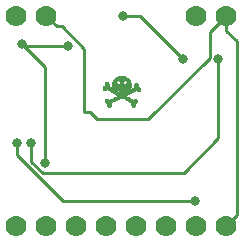
<source format=gbr>
G04 #@! TF.GenerationSoftware,KiCad,Pcbnew,(5.1.2-1)-1*
G04 #@! TF.CreationDate,2019-09-06T23:38:15-06:00*
G04 #@! TF.ProjectId,DC435,44433433-352e-46b6-9963-61645f706362,rev?*
G04 #@! TF.SameCoordinates,Original*
G04 #@! TF.FileFunction,Copper,L1,Top*
G04 #@! TF.FilePolarity,Positive*
%FSLAX46Y46*%
G04 Gerber Fmt 4.6, Leading zero omitted, Abs format (unit mm)*
G04 Created by KiCad (PCBNEW (5.1.2-1)-1) date 2019-09-06 23:38:15*
%MOMM*%
%LPD*%
G04 APERTURE LIST*
%ADD10C,0.010000*%
%ADD11C,1.778000*%
%ADD12C,0.800000*%
%ADD13C,0.250000*%
G04 APERTURE END LIST*
D10*
G36*
X150043831Y-83990266D02*
G01*
X150148898Y-84012952D01*
X150153778Y-84014350D01*
X150252956Y-84050448D01*
X150346204Y-84099017D01*
X150432344Y-84158932D01*
X150510198Y-84229065D01*
X150578588Y-84308290D01*
X150636334Y-84395479D01*
X150682259Y-84489506D01*
X150699616Y-84536312D01*
X150727895Y-84643121D01*
X150741928Y-84751036D01*
X150741711Y-84859086D01*
X150727237Y-84966298D01*
X150702828Y-85058794D01*
X150692690Y-85088553D01*
X150682830Y-85115301D01*
X150675057Y-85134178D01*
X150673747Y-85136912D01*
X150671986Y-85141951D01*
X150673744Y-85144392D01*
X150680237Y-85143721D01*
X150692679Y-85139424D01*
X150712285Y-85130985D01*
X150740269Y-85117891D01*
X150777848Y-85099627D01*
X150826235Y-85075680D01*
X150870361Y-85053673D01*
X150927936Y-85024816D01*
X150973689Y-85001614D01*
X151008841Y-84983357D01*
X151034615Y-84969333D01*
X151052231Y-84958831D01*
X151062910Y-84951138D01*
X151067875Y-84945543D01*
X151068346Y-84941335D01*
X151066943Y-84939140D01*
X151046129Y-84906539D01*
X151032710Y-84865356D01*
X151027126Y-84819746D01*
X151029818Y-84773865D01*
X151041224Y-84731869D01*
X151044274Y-84724966D01*
X151071227Y-84681614D01*
X151104077Y-84650079D01*
X151141023Y-84629870D01*
X151180264Y-84620499D01*
X151220000Y-84621476D01*
X151258428Y-84632314D01*
X151293749Y-84652522D01*
X151324160Y-84681612D01*
X151347862Y-84719096D01*
X151363053Y-84764483D01*
X151367963Y-84812843D01*
X151366706Y-84845581D01*
X151361750Y-84871222D01*
X151351480Y-84897033D01*
X151347385Y-84905372D01*
X151326736Y-84946309D01*
X151358504Y-84946309D01*
X151404547Y-84952991D01*
X151445524Y-84971755D01*
X151480176Y-85000676D01*
X151507242Y-85037830D01*
X151525463Y-85081293D01*
X151533579Y-85129138D01*
X151530331Y-85179443D01*
X151525222Y-85201025D01*
X151505416Y-85247222D01*
X151477145Y-85283379D01*
X151442495Y-85309372D01*
X151403552Y-85325081D01*
X151362403Y-85330383D01*
X151321132Y-85325156D01*
X151281828Y-85309277D01*
X151246575Y-85282626D01*
X151217460Y-85245079D01*
X151204833Y-85219773D01*
X151193582Y-85192846D01*
X150299384Y-85640988D01*
X150245700Y-85610390D01*
X150218950Y-85595535D01*
X150200688Y-85587071D01*
X150186969Y-85583901D01*
X150173843Y-85584932D01*
X150163168Y-85587493D01*
X150145289Y-85593132D01*
X150135266Y-85597978D01*
X150134473Y-85599136D01*
X150140627Y-85603347D01*
X150158163Y-85613897D01*
X150185786Y-85630056D01*
X150222204Y-85651095D01*
X150266120Y-85676283D01*
X150316242Y-85704890D01*
X150371275Y-85736187D01*
X150429925Y-85769443D01*
X150490897Y-85803929D01*
X150552897Y-85838915D01*
X150614631Y-85873670D01*
X150674805Y-85907466D01*
X150732124Y-85939571D01*
X150785294Y-85969256D01*
X150833021Y-85995792D01*
X150874010Y-86018448D01*
X150906968Y-86036493D01*
X150930600Y-86049200D01*
X150943612Y-86055836D01*
X150945708Y-86056652D01*
X150953017Y-86050661D01*
X150961085Y-86036201D01*
X150961281Y-86035733D01*
X150981733Y-86004548D01*
X151014921Y-85977449D01*
X151044474Y-85961829D01*
X151086769Y-85950112D01*
X151127985Y-85951301D01*
X151166499Y-85963795D01*
X151200687Y-85985995D01*
X151228925Y-86016303D01*
X151249591Y-86053119D01*
X151261060Y-86094844D01*
X151261710Y-86139878D01*
X151255653Y-86169852D01*
X151237242Y-86210488D01*
X151209111Y-86244240D01*
X151173892Y-86269662D01*
X151134216Y-86285310D01*
X151092716Y-86289737D01*
X151052197Y-86281565D01*
X151039451Y-86278018D01*
X151035732Y-86279727D01*
X151035744Y-86279751D01*
X151053980Y-86316156D01*
X151066570Y-86343204D01*
X151074557Y-86364423D01*
X151078981Y-86383338D01*
X151080884Y-86403476D01*
X151081307Y-86428363D01*
X151081306Y-86434023D01*
X151080234Y-86470309D01*
X151076500Y-86497599D01*
X151069181Y-86521308D01*
X151064589Y-86531994D01*
X151039837Y-86574172D01*
X151009649Y-86606164D01*
X150989209Y-86619728D01*
X150961717Y-86627996D01*
X150928695Y-86629467D01*
X150896936Y-86624345D01*
X150878177Y-86616390D01*
X150846775Y-86591623D01*
X150822124Y-86559194D01*
X150808034Y-86531904D01*
X150797556Y-86497957D01*
X150791966Y-86456507D01*
X150791371Y-86412957D01*
X150795880Y-86372705D01*
X150804281Y-86344009D01*
X150811468Y-86326306D01*
X150814840Y-86315367D01*
X150814772Y-86313930D01*
X150808062Y-86309966D01*
X150789526Y-86299347D01*
X150759962Y-86282522D01*
X150720170Y-86259943D01*
X150670950Y-86232061D01*
X150613101Y-86199325D01*
X150547421Y-86162188D01*
X150474711Y-86121098D01*
X150395770Y-86076507D01*
X150311396Y-86028866D01*
X150222390Y-85978624D01*
X150129551Y-85926234D01*
X150033677Y-85872145D01*
X149935569Y-85816807D01*
X149836025Y-85760673D01*
X149735845Y-85704191D01*
X149635828Y-85647814D01*
X149536774Y-85591991D01*
X149439482Y-85537173D01*
X149344751Y-85483810D01*
X149253380Y-85432354D01*
X149166169Y-85383255D01*
X149083917Y-85336964D01*
X149007423Y-85293930D01*
X148937487Y-85254606D01*
X148874909Y-85219441D01*
X148820486Y-85188886D01*
X148775019Y-85163392D01*
X148739307Y-85143409D01*
X148714149Y-85129388D01*
X148700345Y-85121780D01*
X148697842Y-85120480D01*
X148692444Y-85126398D01*
X148684682Y-85140889D01*
X148683572Y-85143343D01*
X148660859Y-85178462D01*
X148627841Y-85208349D01*
X148588617Y-85229542D01*
X148576705Y-85233556D01*
X148528500Y-85240631D01*
X148482729Y-85233824D01*
X148440946Y-85213742D01*
X148404704Y-85180990D01*
X148389413Y-85160462D01*
X148367506Y-85115444D01*
X148357493Y-85067800D01*
X148358622Y-85019864D01*
X148370146Y-84973971D01*
X148391313Y-84932453D01*
X148421374Y-84897645D01*
X148459579Y-84871880D01*
X148485317Y-84861959D01*
X148511088Y-84855999D01*
X148534314Y-84853172D01*
X148544441Y-84853431D01*
X148564237Y-84856336D01*
X148541921Y-84813053D01*
X148529282Y-84786007D01*
X148522609Y-84762804D01*
X148520246Y-84736231D01*
X148520175Y-84718339D01*
X148526189Y-84665406D01*
X148543555Y-84620499D01*
X148573171Y-84581573D01*
X148585359Y-84570067D01*
X148627032Y-84541529D01*
X148670303Y-84527208D01*
X148714100Y-84527054D01*
X148757348Y-84541018D01*
X148798973Y-84569051D01*
X148811226Y-84580438D01*
X148844319Y-84622747D01*
X148864122Y-84669760D01*
X148870425Y-84719891D01*
X148863017Y-84771552D01*
X148843013Y-84820746D01*
X148831193Y-84845201D01*
X148827884Y-84859662D01*
X148830488Y-84864668D01*
X148840628Y-84870763D01*
X148860556Y-84882311D01*
X148888177Y-84898130D01*
X148921394Y-84917036D01*
X148958112Y-84937849D01*
X148996236Y-84959384D01*
X149033670Y-84980460D01*
X149068319Y-84999895D01*
X149098088Y-85016506D01*
X149120880Y-85029111D01*
X149134600Y-85036527D01*
X149137682Y-85038001D01*
X149136655Y-85031081D01*
X149132735Y-85014216D01*
X149128352Y-84997099D01*
X149115235Y-84931866D01*
X149107596Y-84859168D01*
X149107398Y-84850785D01*
X149315985Y-84850785D01*
X149318456Y-84869062D01*
X149333442Y-84887757D01*
X149335627Y-84889540D01*
X149348382Y-84902285D01*
X149357461Y-84919302D01*
X149364906Y-84944905D01*
X149367607Y-84957194D01*
X149392295Y-85041228D01*
X149429387Y-85118502D01*
X149478059Y-85188236D01*
X149537492Y-85249653D01*
X149606862Y-85301972D01*
X149685349Y-85344415D01*
X149772131Y-85376201D01*
X149822737Y-85388784D01*
X149842017Y-85391130D01*
X149871990Y-85392771D01*
X149908844Y-85393579D01*
X149948771Y-85393428D01*
X149956520Y-85393277D01*
X149999734Y-85392001D01*
X150032675Y-85389972D01*
X150059585Y-85386569D01*
X150084706Y-85381176D01*
X150112279Y-85373173D01*
X150127063Y-85368409D01*
X150212251Y-85333651D01*
X150289378Y-85288261D01*
X150357118Y-85233212D01*
X150414141Y-85169475D01*
X150430898Y-85145931D01*
X150463781Y-85090610D01*
X150487924Y-85034519D01*
X150505711Y-84971809D01*
X150509953Y-84951886D01*
X150517341Y-84920214D01*
X150524592Y-84901021D01*
X150532503Y-84892303D01*
X150533926Y-84891733D01*
X150553002Y-84879988D01*
X150560888Y-84862866D01*
X150557786Y-84843981D01*
X150543903Y-84826946D01*
X150529809Y-84818830D01*
X150498630Y-84810153D01*
X150467886Y-84808981D01*
X150440019Y-84814265D01*
X150417471Y-84824958D01*
X150402682Y-84840014D01*
X150398096Y-84858384D01*
X150402642Y-84873377D01*
X150415628Y-84886609D01*
X150428444Y-84892581D01*
X150439825Y-84898256D01*
X150445291Y-84909370D01*
X150444782Y-84927841D01*
X150438241Y-84955589D01*
X150425609Y-84994530D01*
X150425322Y-84995355D01*
X150391612Y-85071271D01*
X150347043Y-85138879D01*
X150293045Y-85197591D01*
X150231049Y-85246819D01*
X150162487Y-85285973D01*
X150088790Y-85314467D01*
X150011389Y-85331713D01*
X149931714Y-85337121D01*
X149851198Y-85330105D01*
X149771270Y-85310076D01*
X149714910Y-85287277D01*
X149638153Y-85243392D01*
X149571710Y-85189738D01*
X149516176Y-85127060D01*
X149472149Y-85056103D01*
X149440225Y-84977615D01*
X149427255Y-84927817D01*
X149425678Y-84912436D01*
X149431500Y-84902840D01*
X149447263Y-84893941D01*
X149468399Y-84878581D01*
X149476425Y-84860647D01*
X149471889Y-84842486D01*
X149455336Y-84826444D01*
X149428956Y-84815297D01*
X149395593Y-84810215D01*
X149365832Y-84812641D01*
X149341455Y-84821156D01*
X149324245Y-84834343D01*
X149315985Y-84850785D01*
X149107398Y-84850785D01*
X149105846Y-84785143D01*
X149109785Y-84721231D01*
X149128501Y-84614060D01*
X149152405Y-84536280D01*
X149500875Y-84536280D01*
X149507413Y-84580400D01*
X149525626Y-84618808D01*
X149553411Y-84650361D01*
X149588667Y-84673917D01*
X149629293Y-84688333D01*
X149673186Y-84692466D01*
X149718245Y-84685173D01*
X149750553Y-84672037D01*
X149785763Y-84648103D01*
X149811253Y-84620612D01*
X149822950Y-84602315D01*
X149829561Y-84585670D01*
X149832493Y-84565268D01*
X149832866Y-84548784D01*
X150070528Y-84548784D01*
X150080293Y-84591728D01*
X150101510Y-84628622D01*
X150131949Y-84658263D01*
X150169380Y-84679449D01*
X150211574Y-84690976D01*
X150256302Y-84691641D01*
X150301334Y-84680241D01*
X150308492Y-84677185D01*
X150346539Y-84655428D01*
X150373700Y-84628538D01*
X150387979Y-84605223D01*
X150403755Y-84559929D01*
X150405118Y-84515971D01*
X150392132Y-84473870D01*
X150368013Y-84437748D01*
X150334277Y-84406847D01*
X150295403Y-84388193D01*
X150248874Y-84380678D01*
X150237655Y-84380411D01*
X150187356Y-84386308D01*
X150144305Y-84403473D01*
X150109842Y-84430555D01*
X150085308Y-84466204D01*
X150072045Y-84509069D01*
X150070528Y-84548784D01*
X149832866Y-84548784D01*
X149833149Y-84536280D01*
X149832454Y-84506819D01*
X149829433Y-84486394D01*
X149822681Y-84469558D01*
X149811332Y-84451634D01*
X149780526Y-84419421D01*
X149750160Y-84400209D01*
X149704935Y-84384144D01*
X149659617Y-84380318D01*
X149616274Y-84387601D01*
X149576973Y-84404865D01*
X149543783Y-84430981D01*
X149518772Y-84464820D01*
X149504008Y-84505253D01*
X149500875Y-84536280D01*
X149152405Y-84536280D01*
X149159552Y-84513025D01*
X149201987Y-84418767D01*
X149254858Y-84331930D01*
X149317217Y-84253155D01*
X149388115Y-84183085D01*
X149466604Y-84122362D01*
X149551736Y-84071627D01*
X149642561Y-84031524D01*
X149738131Y-84002694D01*
X149837499Y-83985779D01*
X149939715Y-83981423D01*
X150043831Y-83990266D01*
X150043831Y-83990266D01*
G37*
X150043831Y-83990266D02*
X150148898Y-84012952D01*
X150153778Y-84014350D01*
X150252956Y-84050448D01*
X150346204Y-84099017D01*
X150432344Y-84158932D01*
X150510198Y-84229065D01*
X150578588Y-84308290D01*
X150636334Y-84395479D01*
X150682259Y-84489506D01*
X150699616Y-84536312D01*
X150727895Y-84643121D01*
X150741928Y-84751036D01*
X150741711Y-84859086D01*
X150727237Y-84966298D01*
X150702828Y-85058794D01*
X150692690Y-85088553D01*
X150682830Y-85115301D01*
X150675057Y-85134178D01*
X150673747Y-85136912D01*
X150671986Y-85141951D01*
X150673744Y-85144392D01*
X150680237Y-85143721D01*
X150692679Y-85139424D01*
X150712285Y-85130985D01*
X150740269Y-85117891D01*
X150777848Y-85099627D01*
X150826235Y-85075680D01*
X150870361Y-85053673D01*
X150927936Y-85024816D01*
X150973689Y-85001614D01*
X151008841Y-84983357D01*
X151034615Y-84969333D01*
X151052231Y-84958831D01*
X151062910Y-84951138D01*
X151067875Y-84945543D01*
X151068346Y-84941335D01*
X151066943Y-84939140D01*
X151046129Y-84906539D01*
X151032710Y-84865356D01*
X151027126Y-84819746D01*
X151029818Y-84773865D01*
X151041224Y-84731869D01*
X151044274Y-84724966D01*
X151071227Y-84681614D01*
X151104077Y-84650079D01*
X151141023Y-84629870D01*
X151180264Y-84620499D01*
X151220000Y-84621476D01*
X151258428Y-84632314D01*
X151293749Y-84652522D01*
X151324160Y-84681612D01*
X151347862Y-84719096D01*
X151363053Y-84764483D01*
X151367963Y-84812843D01*
X151366706Y-84845581D01*
X151361750Y-84871222D01*
X151351480Y-84897033D01*
X151347385Y-84905372D01*
X151326736Y-84946309D01*
X151358504Y-84946309D01*
X151404547Y-84952991D01*
X151445524Y-84971755D01*
X151480176Y-85000676D01*
X151507242Y-85037830D01*
X151525463Y-85081293D01*
X151533579Y-85129138D01*
X151530331Y-85179443D01*
X151525222Y-85201025D01*
X151505416Y-85247222D01*
X151477145Y-85283379D01*
X151442495Y-85309372D01*
X151403552Y-85325081D01*
X151362403Y-85330383D01*
X151321132Y-85325156D01*
X151281828Y-85309277D01*
X151246575Y-85282626D01*
X151217460Y-85245079D01*
X151204833Y-85219773D01*
X151193582Y-85192846D01*
X150299384Y-85640988D01*
X150245700Y-85610390D01*
X150218950Y-85595535D01*
X150200688Y-85587071D01*
X150186969Y-85583901D01*
X150173843Y-85584932D01*
X150163168Y-85587493D01*
X150145289Y-85593132D01*
X150135266Y-85597978D01*
X150134473Y-85599136D01*
X150140627Y-85603347D01*
X150158163Y-85613897D01*
X150185786Y-85630056D01*
X150222204Y-85651095D01*
X150266120Y-85676283D01*
X150316242Y-85704890D01*
X150371275Y-85736187D01*
X150429925Y-85769443D01*
X150490897Y-85803929D01*
X150552897Y-85838915D01*
X150614631Y-85873670D01*
X150674805Y-85907466D01*
X150732124Y-85939571D01*
X150785294Y-85969256D01*
X150833021Y-85995792D01*
X150874010Y-86018448D01*
X150906968Y-86036493D01*
X150930600Y-86049200D01*
X150943612Y-86055836D01*
X150945708Y-86056652D01*
X150953017Y-86050661D01*
X150961085Y-86036201D01*
X150961281Y-86035733D01*
X150981733Y-86004548D01*
X151014921Y-85977449D01*
X151044474Y-85961829D01*
X151086769Y-85950112D01*
X151127985Y-85951301D01*
X151166499Y-85963795D01*
X151200687Y-85985995D01*
X151228925Y-86016303D01*
X151249591Y-86053119D01*
X151261060Y-86094844D01*
X151261710Y-86139878D01*
X151255653Y-86169852D01*
X151237242Y-86210488D01*
X151209111Y-86244240D01*
X151173892Y-86269662D01*
X151134216Y-86285310D01*
X151092716Y-86289737D01*
X151052197Y-86281565D01*
X151039451Y-86278018D01*
X151035732Y-86279727D01*
X151035744Y-86279751D01*
X151053980Y-86316156D01*
X151066570Y-86343204D01*
X151074557Y-86364423D01*
X151078981Y-86383338D01*
X151080884Y-86403476D01*
X151081307Y-86428363D01*
X151081306Y-86434023D01*
X151080234Y-86470309D01*
X151076500Y-86497599D01*
X151069181Y-86521308D01*
X151064589Y-86531994D01*
X151039837Y-86574172D01*
X151009649Y-86606164D01*
X150989209Y-86619728D01*
X150961717Y-86627996D01*
X150928695Y-86629467D01*
X150896936Y-86624345D01*
X150878177Y-86616390D01*
X150846775Y-86591623D01*
X150822124Y-86559194D01*
X150808034Y-86531904D01*
X150797556Y-86497957D01*
X150791966Y-86456507D01*
X150791371Y-86412957D01*
X150795880Y-86372705D01*
X150804281Y-86344009D01*
X150811468Y-86326306D01*
X150814840Y-86315367D01*
X150814772Y-86313930D01*
X150808062Y-86309966D01*
X150789526Y-86299347D01*
X150759962Y-86282522D01*
X150720170Y-86259943D01*
X150670950Y-86232061D01*
X150613101Y-86199325D01*
X150547421Y-86162188D01*
X150474711Y-86121098D01*
X150395770Y-86076507D01*
X150311396Y-86028866D01*
X150222390Y-85978624D01*
X150129551Y-85926234D01*
X150033677Y-85872145D01*
X149935569Y-85816807D01*
X149836025Y-85760673D01*
X149735845Y-85704191D01*
X149635828Y-85647814D01*
X149536774Y-85591991D01*
X149439482Y-85537173D01*
X149344751Y-85483810D01*
X149253380Y-85432354D01*
X149166169Y-85383255D01*
X149083917Y-85336964D01*
X149007423Y-85293930D01*
X148937487Y-85254606D01*
X148874909Y-85219441D01*
X148820486Y-85188886D01*
X148775019Y-85163392D01*
X148739307Y-85143409D01*
X148714149Y-85129388D01*
X148700345Y-85121780D01*
X148697842Y-85120480D01*
X148692444Y-85126398D01*
X148684682Y-85140889D01*
X148683572Y-85143343D01*
X148660859Y-85178462D01*
X148627841Y-85208349D01*
X148588617Y-85229542D01*
X148576705Y-85233556D01*
X148528500Y-85240631D01*
X148482729Y-85233824D01*
X148440946Y-85213742D01*
X148404704Y-85180990D01*
X148389413Y-85160462D01*
X148367506Y-85115444D01*
X148357493Y-85067800D01*
X148358622Y-85019864D01*
X148370146Y-84973971D01*
X148391313Y-84932453D01*
X148421374Y-84897645D01*
X148459579Y-84871880D01*
X148485317Y-84861959D01*
X148511088Y-84855999D01*
X148534314Y-84853172D01*
X148544441Y-84853431D01*
X148564237Y-84856336D01*
X148541921Y-84813053D01*
X148529282Y-84786007D01*
X148522609Y-84762804D01*
X148520246Y-84736231D01*
X148520175Y-84718339D01*
X148526189Y-84665406D01*
X148543555Y-84620499D01*
X148573171Y-84581573D01*
X148585359Y-84570067D01*
X148627032Y-84541529D01*
X148670303Y-84527208D01*
X148714100Y-84527054D01*
X148757348Y-84541018D01*
X148798973Y-84569051D01*
X148811226Y-84580438D01*
X148844319Y-84622747D01*
X148864122Y-84669760D01*
X148870425Y-84719891D01*
X148863017Y-84771552D01*
X148843013Y-84820746D01*
X148831193Y-84845201D01*
X148827884Y-84859662D01*
X148830488Y-84864668D01*
X148840628Y-84870763D01*
X148860556Y-84882311D01*
X148888177Y-84898130D01*
X148921394Y-84917036D01*
X148958112Y-84937849D01*
X148996236Y-84959384D01*
X149033670Y-84980460D01*
X149068319Y-84999895D01*
X149098088Y-85016506D01*
X149120880Y-85029111D01*
X149134600Y-85036527D01*
X149137682Y-85038001D01*
X149136655Y-85031081D01*
X149132735Y-85014216D01*
X149128352Y-84997099D01*
X149115235Y-84931866D01*
X149107596Y-84859168D01*
X149107398Y-84850785D01*
X149315985Y-84850785D01*
X149318456Y-84869062D01*
X149333442Y-84887757D01*
X149335627Y-84889540D01*
X149348382Y-84902285D01*
X149357461Y-84919302D01*
X149364906Y-84944905D01*
X149367607Y-84957194D01*
X149392295Y-85041228D01*
X149429387Y-85118502D01*
X149478059Y-85188236D01*
X149537492Y-85249653D01*
X149606862Y-85301972D01*
X149685349Y-85344415D01*
X149772131Y-85376201D01*
X149822737Y-85388784D01*
X149842017Y-85391130D01*
X149871990Y-85392771D01*
X149908844Y-85393579D01*
X149948771Y-85393428D01*
X149956520Y-85393277D01*
X149999734Y-85392001D01*
X150032675Y-85389972D01*
X150059585Y-85386569D01*
X150084706Y-85381176D01*
X150112279Y-85373173D01*
X150127063Y-85368409D01*
X150212251Y-85333651D01*
X150289378Y-85288261D01*
X150357118Y-85233212D01*
X150414141Y-85169475D01*
X150430898Y-85145931D01*
X150463781Y-85090610D01*
X150487924Y-85034519D01*
X150505711Y-84971809D01*
X150509953Y-84951886D01*
X150517341Y-84920214D01*
X150524592Y-84901021D01*
X150532503Y-84892303D01*
X150533926Y-84891733D01*
X150553002Y-84879988D01*
X150560888Y-84862866D01*
X150557786Y-84843981D01*
X150543903Y-84826946D01*
X150529809Y-84818830D01*
X150498630Y-84810153D01*
X150467886Y-84808981D01*
X150440019Y-84814265D01*
X150417471Y-84824958D01*
X150402682Y-84840014D01*
X150398096Y-84858384D01*
X150402642Y-84873377D01*
X150415628Y-84886609D01*
X150428444Y-84892581D01*
X150439825Y-84898256D01*
X150445291Y-84909370D01*
X150444782Y-84927841D01*
X150438241Y-84955589D01*
X150425609Y-84994530D01*
X150425322Y-84995355D01*
X150391612Y-85071271D01*
X150347043Y-85138879D01*
X150293045Y-85197591D01*
X150231049Y-85246819D01*
X150162487Y-85285973D01*
X150088790Y-85314467D01*
X150011389Y-85331713D01*
X149931714Y-85337121D01*
X149851198Y-85330105D01*
X149771270Y-85310076D01*
X149714910Y-85287277D01*
X149638153Y-85243392D01*
X149571710Y-85189738D01*
X149516176Y-85127060D01*
X149472149Y-85056103D01*
X149440225Y-84977615D01*
X149427255Y-84927817D01*
X149425678Y-84912436D01*
X149431500Y-84902840D01*
X149447263Y-84893941D01*
X149468399Y-84878581D01*
X149476425Y-84860647D01*
X149471889Y-84842486D01*
X149455336Y-84826444D01*
X149428956Y-84815297D01*
X149395593Y-84810215D01*
X149365832Y-84812641D01*
X149341455Y-84821156D01*
X149324245Y-84834343D01*
X149315985Y-84850785D01*
X149107398Y-84850785D01*
X149105846Y-84785143D01*
X149109785Y-84721231D01*
X149128501Y-84614060D01*
X149152405Y-84536280D01*
X149500875Y-84536280D01*
X149507413Y-84580400D01*
X149525626Y-84618808D01*
X149553411Y-84650361D01*
X149588667Y-84673917D01*
X149629293Y-84688333D01*
X149673186Y-84692466D01*
X149718245Y-84685173D01*
X149750553Y-84672037D01*
X149785763Y-84648103D01*
X149811253Y-84620612D01*
X149822950Y-84602315D01*
X149829561Y-84585670D01*
X149832493Y-84565268D01*
X149832866Y-84548784D01*
X150070528Y-84548784D01*
X150080293Y-84591728D01*
X150101510Y-84628622D01*
X150131949Y-84658263D01*
X150169380Y-84679449D01*
X150211574Y-84690976D01*
X150256302Y-84691641D01*
X150301334Y-84680241D01*
X150308492Y-84677185D01*
X150346539Y-84655428D01*
X150373700Y-84628538D01*
X150387979Y-84605223D01*
X150403755Y-84559929D01*
X150405118Y-84515971D01*
X150392132Y-84473870D01*
X150368013Y-84437748D01*
X150334277Y-84406847D01*
X150295403Y-84388193D01*
X150248874Y-84380678D01*
X150237655Y-84380411D01*
X150187356Y-84386308D01*
X150144305Y-84403473D01*
X150109842Y-84430555D01*
X150085308Y-84466204D01*
X150072045Y-84509069D01*
X150070528Y-84548784D01*
X149832866Y-84548784D01*
X149833149Y-84536280D01*
X149832454Y-84506819D01*
X149829433Y-84486394D01*
X149822681Y-84469558D01*
X149811332Y-84451634D01*
X149780526Y-84419421D01*
X149750160Y-84400209D01*
X149704935Y-84384144D01*
X149659617Y-84380318D01*
X149616274Y-84387601D01*
X149576973Y-84404865D01*
X149543783Y-84430981D01*
X149518772Y-84464820D01*
X149504008Y-84505253D01*
X149500875Y-84536280D01*
X149152405Y-84536280D01*
X149159552Y-84513025D01*
X149201987Y-84418767D01*
X149254858Y-84331930D01*
X149317217Y-84253155D01*
X149388115Y-84183085D01*
X149466604Y-84122362D01*
X149551736Y-84071627D01*
X149642561Y-84031524D01*
X149738131Y-84002694D01*
X149837499Y-83985779D01*
X149939715Y-83981423D01*
X150043831Y-83990266D01*
G36*
X149758108Y-85765342D02*
G01*
X149798172Y-85788150D01*
X149833600Y-85808626D01*
X149862565Y-85825688D01*
X149883239Y-85838254D01*
X149893796Y-85845244D01*
X149894776Y-85846232D01*
X149888493Y-85850092D01*
X149870442Y-85859779D01*
X149841852Y-85874665D01*
X149803955Y-85894122D01*
X149757981Y-85917520D01*
X149705162Y-85944233D01*
X149646728Y-85973632D01*
X149583911Y-86005087D01*
X149570077Y-86011995D01*
X149500673Y-86046693D01*
X149430614Y-86081819D01*
X149361898Y-86116367D01*
X149296523Y-86149328D01*
X149236487Y-86179692D01*
X149183789Y-86206452D01*
X149140424Y-86228598D01*
X149112875Y-86242794D01*
X148980430Y-86311497D01*
X149001916Y-86338288D01*
X149029345Y-86383508D01*
X149043210Y-86433273D01*
X149043313Y-86486473D01*
X149035071Y-86525234D01*
X149015687Y-86568007D01*
X148986704Y-86603191D01*
X148950561Y-86629565D01*
X148909698Y-86645905D01*
X148866555Y-86650989D01*
X148823572Y-86643594D01*
X148809730Y-86638159D01*
X148768513Y-86611936D01*
X148736301Y-86576235D01*
X148713955Y-86533595D01*
X148702339Y-86486552D01*
X148702314Y-86437645D01*
X148714742Y-86389411D01*
X148720699Y-86376113D01*
X148732631Y-86348877D01*
X148735463Y-86331483D01*
X148728484Y-86321928D01*
X148710983Y-86318211D01*
X148700025Y-86317909D01*
X148654121Y-86311140D01*
X148613323Y-86291891D01*
X148579149Y-86261741D01*
X148553116Y-86222275D01*
X148536742Y-86175073D01*
X148532127Y-86142894D01*
X148534149Y-86091608D01*
X148546795Y-86045763D01*
X148568373Y-86006370D01*
X148597192Y-85974438D01*
X148631563Y-85950977D01*
X148669793Y-85936998D01*
X148710193Y-85933510D01*
X148751071Y-85941523D01*
X148790737Y-85962048D01*
X148809478Y-85977217D01*
X148829637Y-85998946D01*
X148846931Y-86022912D01*
X148853364Y-86034723D01*
X148862203Y-86052293D01*
X148869124Y-86062515D01*
X148870865Y-86063597D01*
X148877966Y-86060369D01*
X148896868Y-86051190D01*
X148926409Y-86036635D01*
X148965428Y-86017284D01*
X149012764Y-85993715D01*
X149067255Y-85966505D01*
X149127741Y-85936233D01*
X149193059Y-85903477D01*
X149248351Y-85875702D01*
X149621497Y-85688119D01*
X149758108Y-85765342D01*
X149758108Y-85765342D01*
G37*
X149758108Y-85765342D02*
X149798172Y-85788150D01*
X149833600Y-85808626D01*
X149862565Y-85825688D01*
X149883239Y-85838254D01*
X149893796Y-85845244D01*
X149894776Y-85846232D01*
X149888493Y-85850092D01*
X149870442Y-85859779D01*
X149841852Y-85874665D01*
X149803955Y-85894122D01*
X149757981Y-85917520D01*
X149705162Y-85944233D01*
X149646728Y-85973632D01*
X149583911Y-86005087D01*
X149570077Y-86011995D01*
X149500673Y-86046693D01*
X149430614Y-86081819D01*
X149361898Y-86116367D01*
X149296523Y-86149328D01*
X149236487Y-86179692D01*
X149183789Y-86206452D01*
X149140424Y-86228598D01*
X149112875Y-86242794D01*
X148980430Y-86311497D01*
X149001916Y-86338288D01*
X149029345Y-86383508D01*
X149043210Y-86433273D01*
X149043313Y-86486473D01*
X149035071Y-86525234D01*
X149015687Y-86568007D01*
X148986704Y-86603191D01*
X148950561Y-86629565D01*
X148909698Y-86645905D01*
X148866555Y-86650989D01*
X148823572Y-86643594D01*
X148809730Y-86638159D01*
X148768513Y-86611936D01*
X148736301Y-86576235D01*
X148713955Y-86533595D01*
X148702339Y-86486552D01*
X148702314Y-86437645D01*
X148714742Y-86389411D01*
X148720699Y-86376113D01*
X148732631Y-86348877D01*
X148735463Y-86331483D01*
X148728484Y-86321928D01*
X148710983Y-86318211D01*
X148700025Y-86317909D01*
X148654121Y-86311140D01*
X148613323Y-86291891D01*
X148579149Y-86261741D01*
X148553116Y-86222275D01*
X148536742Y-86175073D01*
X148532127Y-86142894D01*
X148534149Y-86091608D01*
X148546795Y-86045763D01*
X148568373Y-86006370D01*
X148597192Y-85974438D01*
X148631563Y-85950977D01*
X148669793Y-85936998D01*
X148710193Y-85933510D01*
X148751071Y-85941523D01*
X148790737Y-85962048D01*
X148809478Y-85977217D01*
X148829637Y-85998946D01*
X148846931Y-86022912D01*
X148853364Y-86034723D01*
X148862203Y-86052293D01*
X148869124Y-86062515D01*
X148870865Y-86063597D01*
X148877966Y-86060369D01*
X148896868Y-86051190D01*
X148926409Y-86036635D01*
X148965428Y-86017284D01*
X149012764Y-85993715D01*
X149067255Y-85966505D01*
X149127741Y-85936233D01*
X149193059Y-85903477D01*
X149248351Y-85875702D01*
X149621497Y-85688119D01*
X149758108Y-85765342D01*
D11*
X141046200Y-78917800D03*
X143586200Y-78917800D03*
X156286200Y-78917800D03*
X158826200Y-78917800D03*
X141046200Y-96697800D03*
X143586200Y-96697800D03*
X146126200Y-96697800D03*
X148666200Y-96697800D03*
X151206200Y-96697800D03*
X153746200Y-96697800D03*
X156286200Y-96697800D03*
X158826200Y-96697800D03*
D12*
X143489680Y-91348560D03*
X141542840Y-81271040D03*
X145445480Y-81447640D03*
X142331440Y-89717880D03*
X158145480Y-82580480D03*
X155168600Y-82544920D03*
X150073360Y-78912720D03*
X141122400Y-89717880D03*
X156204920Y-94564200D03*
D13*
X143489680Y-83217880D02*
X143489680Y-91348560D01*
X141542840Y-81271040D02*
X143489680Y-83217880D01*
X141719440Y-81447640D02*
X141542840Y-81271040D01*
X145445480Y-81447640D02*
X141719440Y-81447640D01*
X144877641Y-79806799D02*
X146766280Y-81695438D01*
X144475199Y-79806799D02*
X144877641Y-79806799D01*
X143586200Y-78917800D02*
X144475199Y-79806799D01*
X146766280Y-81695438D02*
X146766280Y-87096600D01*
X146766280Y-87096600D02*
X147320000Y-87096600D01*
X147320000Y-87096600D02*
X147909280Y-87685880D01*
X147909280Y-87685880D02*
X152232360Y-87685880D01*
X157937201Y-79806799D02*
X158826200Y-78917800D01*
X157420479Y-80323521D02*
X157937201Y-79806799D01*
X157420479Y-82497761D02*
X157420479Y-80323521D01*
X152232360Y-87685880D02*
X157420479Y-82497761D01*
X159715199Y-95808801D02*
X158826200Y-96697800D01*
X159715199Y-81064034D02*
X159715199Y-95808801D01*
X158826200Y-80175035D02*
X159715199Y-81064034D01*
X158826200Y-78917800D02*
X158826200Y-80175035D01*
X142331440Y-90283565D02*
X142331440Y-89717880D01*
X158145480Y-82580480D02*
X158145480Y-89301320D01*
X142331440Y-91263322D02*
X142331440Y-90283565D01*
X143305678Y-92237560D02*
X142331440Y-91263322D01*
X158145480Y-89301320D02*
X155209240Y-92237560D01*
X155209240Y-92237560D02*
X143305678Y-92237560D01*
X151536400Y-78912720D02*
X155168600Y-82544920D01*
X150073360Y-78912720D02*
X151536400Y-78912720D01*
X141122400Y-90283565D02*
X141122400Y-89717880D01*
X141122400Y-90690692D02*
X141122400Y-90283565D01*
X144995908Y-94564200D02*
X141122400Y-90690692D01*
X156204920Y-94564200D02*
X144995908Y-94564200D01*
M02*

</source>
